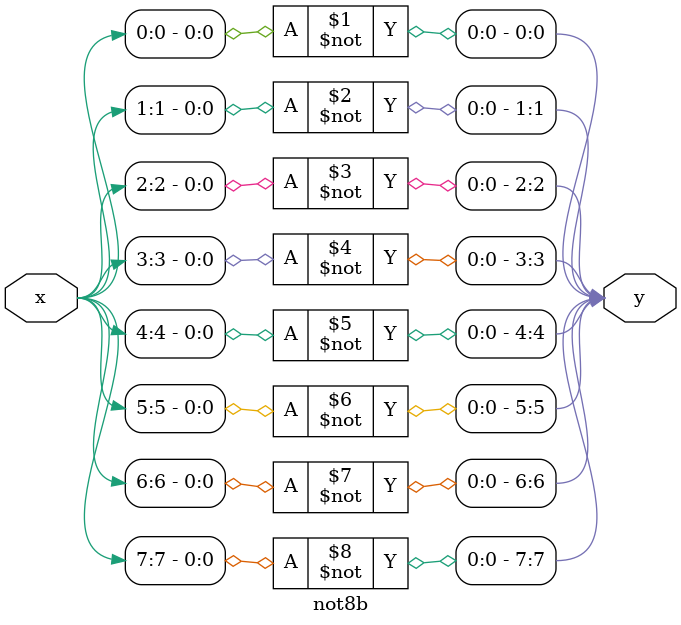
<source format=v>
module not8b(x, y);
    input [7:0] x;
    output [7:0] y;

    not n0(y[0], x[0]);
    not n1(y[1], x[1]);
    not n2(y[2], x[2]);
    not n3(y[3], x[3]);
    not n4(y[4], x[4]);
    not n5(y[5], x[5]);
    not n6(y[6], x[6]);
    not n7(y[7], x[7]);
endmodule

</source>
